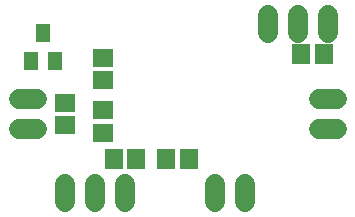
<source format=gbr>
G04 EAGLE Gerber X2 export*
%TF.Part,Single*%
%TF.FileFunction,Soldermask,Bot,1*%
%TF.FilePolarity,Negative*%
%TF.GenerationSoftware,Autodesk,EAGLE,9.0.0*%
%TF.CreationDate,2018-04-25T18:52:19Z*%
G75*
%MOMM*%
%FSLAX34Y34*%
%LPD*%
%AMOC8*
5,1,8,0,0,1.08239X$1,22.5*%
G01*
%ADD10R,1.703200X1.503200*%
%ADD11R,1.503200X1.703200*%
%ADD12C,1.727200*%
%ADD13R,1.203200X1.603200*%


D10*
X69850Y123800D03*
X69850Y104800D03*
D11*
X174600Y76200D03*
X155600Y76200D03*
X130150Y76200D03*
X111150Y76200D03*
X269900Y165100D03*
X288900Y165100D03*
D10*
X101600Y117450D03*
X101600Y98450D03*
X101600Y161900D03*
X101600Y142900D03*
D12*
X45720Y101600D02*
X30480Y101600D01*
X30480Y127000D02*
X45720Y127000D01*
X284480Y101600D02*
X299720Y101600D01*
X299720Y127000D02*
X284480Y127000D01*
D13*
X60960Y158830D03*
X40640Y158830D03*
X50800Y182960D03*
D12*
X292100Y182880D02*
X292100Y198120D01*
X266700Y198120D02*
X266700Y182880D01*
X241300Y182880D02*
X241300Y198120D01*
X222250Y55245D02*
X222250Y40005D01*
X196850Y40005D02*
X196850Y55245D01*
X69850Y55245D02*
X69850Y40005D01*
X95250Y40005D02*
X95250Y55245D01*
X120650Y55245D02*
X120650Y40005D01*
M02*

</source>
